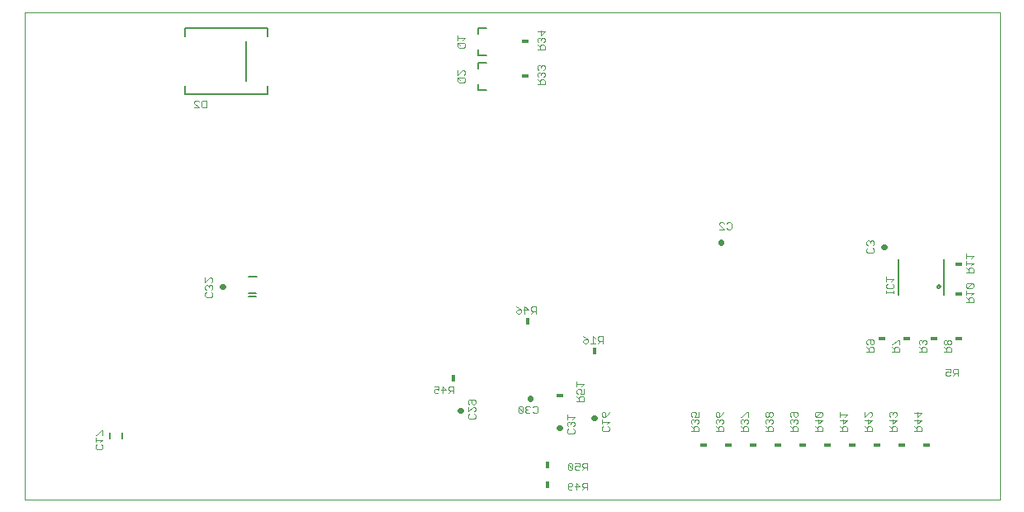
<source format=gbo>
G75*
G70*
%OFA0B0*%
%FSLAX24Y24*%
%IPPOS*%
%LPD*%
%AMOC8*
5,1,8,0,0,1.08239X$1,22.5*
%
%ADD10C,0.0000*%
%ADD11C,0.0030*%
%ADD12R,0.0300X0.0180*%
%ADD13C,0.0060*%
%ADD14C,0.0080*%
%ADD15C,0.0220*%
%ADD16R,0.0180X0.0300*%
%ADD17C,0.0050*%
D10*
X001240Y001540D02*
X001240Y021225D01*
X040610Y021225D01*
X040610Y001540D01*
X001240Y001540D01*
D11*
X004110Y003619D02*
X004158Y003571D01*
X004352Y003571D01*
X004400Y003619D01*
X004400Y003716D01*
X004352Y003765D01*
X004303Y003866D02*
X004400Y003962D01*
X004110Y003962D01*
X004110Y003866D02*
X004110Y004059D01*
X004110Y004160D02*
X004158Y004160D01*
X004352Y004354D01*
X004400Y004354D01*
X004400Y004160D01*
X004158Y003765D02*
X004110Y003716D01*
X004110Y003619D01*
X008583Y009721D02*
X008535Y009769D01*
X008535Y009866D01*
X008583Y009915D01*
X008583Y010016D02*
X008535Y010064D01*
X008535Y010161D01*
X008583Y010209D01*
X008632Y010209D01*
X008680Y010161D01*
X008680Y010112D01*
X008680Y010161D02*
X008728Y010209D01*
X008777Y010209D01*
X008825Y010161D01*
X008825Y010064D01*
X008777Y010016D01*
X008777Y009915D02*
X008825Y009866D01*
X008825Y009769D01*
X008777Y009721D01*
X008583Y009721D01*
X008535Y010310D02*
X008728Y010504D01*
X008777Y010504D01*
X008825Y010455D01*
X008825Y010359D01*
X008777Y010310D01*
X008535Y010310D02*
X008535Y010504D01*
X017776Y006125D02*
X017970Y006125D01*
X017970Y005980D01*
X017873Y006028D01*
X017825Y006028D01*
X017776Y005980D01*
X017776Y005883D01*
X017825Y005835D01*
X017921Y005835D01*
X017970Y005883D01*
X018071Y005980D02*
X018264Y005980D01*
X018119Y006125D01*
X018119Y005835D01*
X018365Y005835D02*
X018462Y005932D01*
X018414Y005932D02*
X018559Y005932D01*
X018559Y005835D02*
X018559Y006125D01*
X018414Y006125D01*
X018365Y006077D01*
X018365Y005980D01*
X018414Y005932D01*
X019155Y005539D02*
X019155Y005443D01*
X019203Y005394D01*
X019300Y005443D02*
X019300Y005588D01*
X019203Y005588D02*
X019397Y005588D01*
X019445Y005539D01*
X019445Y005443D01*
X019397Y005394D01*
X019348Y005394D01*
X019300Y005443D01*
X019348Y005293D02*
X019397Y005293D01*
X019445Y005245D01*
X019445Y005148D01*
X019397Y005100D01*
X019397Y004998D02*
X019445Y004950D01*
X019445Y004853D01*
X019397Y004805D01*
X019203Y004805D01*
X019155Y004853D01*
X019155Y004950D01*
X019203Y004998D01*
X019155Y005100D02*
X019348Y005293D01*
X019155Y005293D02*
X019155Y005100D01*
X019155Y005539D02*
X019203Y005588D01*
X021176Y005277D02*
X021370Y005083D01*
X021321Y005035D01*
X021225Y005035D01*
X021176Y005083D01*
X021176Y005277D01*
X021225Y005325D01*
X021321Y005325D01*
X021370Y005277D01*
X021370Y005083D01*
X021471Y005083D02*
X021519Y005035D01*
X021616Y005035D01*
X021664Y005083D01*
X021765Y005083D02*
X021814Y005035D01*
X021911Y005035D01*
X021959Y005083D01*
X021959Y005277D01*
X021911Y005325D01*
X021814Y005325D01*
X021765Y005277D01*
X021664Y005277D02*
X021616Y005325D01*
X021519Y005325D01*
X021471Y005277D01*
X021471Y005228D01*
X021519Y005180D01*
X021471Y005132D01*
X021471Y005083D01*
X021519Y005180D02*
X021568Y005180D01*
X023155Y004988D02*
X023155Y004794D01*
X023155Y004891D02*
X023445Y004891D01*
X023348Y004794D01*
X023348Y004693D02*
X023300Y004645D01*
X023252Y004693D01*
X023203Y004693D01*
X023155Y004645D01*
X023155Y004548D01*
X023203Y004500D01*
X023203Y004398D02*
X023155Y004350D01*
X023155Y004253D01*
X023203Y004205D01*
X023397Y004205D01*
X023445Y004253D01*
X023445Y004350D01*
X023397Y004398D01*
X023397Y004500D02*
X023445Y004548D01*
X023445Y004645D01*
X023397Y004693D01*
X023348Y004693D01*
X023300Y004645D02*
X023300Y004596D01*
X024555Y004600D02*
X024555Y004793D01*
X024555Y004696D02*
X024845Y004696D01*
X024748Y004600D01*
X024797Y004498D02*
X024845Y004450D01*
X024845Y004353D01*
X024797Y004305D01*
X024603Y004305D01*
X024555Y004353D01*
X024555Y004450D01*
X024603Y004498D01*
X024603Y004894D02*
X024555Y004943D01*
X024555Y005039D01*
X024603Y005088D01*
X024652Y005088D01*
X024700Y005039D01*
X024700Y004894D01*
X024603Y004894D01*
X024700Y004894D02*
X024797Y004991D01*
X024845Y005088D01*
X023825Y005521D02*
X023825Y005666D01*
X023777Y005715D01*
X023680Y005715D01*
X023632Y005666D01*
X023632Y005521D01*
X023632Y005618D02*
X023535Y005715D01*
X023583Y005816D02*
X023535Y005864D01*
X023535Y005961D01*
X023583Y006009D01*
X023680Y006009D01*
X023728Y005961D01*
X023728Y005912D01*
X023680Y005816D01*
X023825Y005816D01*
X023825Y006009D01*
X023728Y006110D02*
X023825Y006207D01*
X023535Y006207D01*
X023535Y006110D02*
X023535Y006304D01*
X023535Y005521D02*
X023825Y005521D01*
X023841Y007855D02*
X023792Y007903D01*
X023792Y007952D01*
X023841Y008000D01*
X023986Y008000D01*
X023986Y007903D01*
X023937Y007855D01*
X023841Y007855D01*
X023986Y008000D02*
X023889Y008097D01*
X023792Y008145D01*
X024184Y008145D02*
X024184Y007855D01*
X024280Y007855D02*
X024087Y007855D01*
X024280Y008048D02*
X024184Y008145D01*
X024382Y008097D02*
X024382Y008000D01*
X024430Y007952D01*
X024575Y007952D01*
X024478Y007952D02*
X024382Y007855D01*
X024575Y007855D02*
X024575Y008145D01*
X024430Y008145D01*
X024382Y008097D01*
X021875Y009055D02*
X021875Y009345D01*
X021730Y009345D01*
X021682Y009297D01*
X021682Y009200D01*
X021730Y009152D01*
X021875Y009152D01*
X021778Y009152D02*
X021682Y009055D01*
X021580Y009200D02*
X021387Y009200D01*
X021286Y009200D02*
X021141Y009200D01*
X021092Y009152D01*
X021092Y009103D01*
X021141Y009055D01*
X021237Y009055D01*
X021286Y009103D01*
X021286Y009200D01*
X021189Y009297D01*
X021092Y009345D01*
X021435Y009345D02*
X021435Y009055D01*
X021580Y009200D02*
X021435Y009345D01*
X028155Y005039D02*
X028155Y004943D01*
X028203Y004894D01*
X028300Y004894D02*
X028348Y004991D01*
X028348Y005039D01*
X028300Y005088D01*
X028203Y005088D01*
X028155Y005039D01*
X028300Y004894D02*
X028445Y004894D01*
X028445Y005088D01*
X028397Y004793D02*
X028348Y004793D01*
X028300Y004745D01*
X028252Y004793D01*
X028203Y004793D01*
X028155Y004745D01*
X028155Y004648D01*
X028203Y004600D01*
X028155Y004498D02*
X028252Y004402D01*
X028252Y004450D02*
X028252Y004305D01*
X028155Y004305D02*
X028445Y004305D01*
X028445Y004450D01*
X028397Y004498D01*
X028300Y004498D01*
X028252Y004450D01*
X028397Y004600D02*
X028445Y004648D01*
X028445Y004745D01*
X028397Y004793D01*
X028300Y004745D02*
X028300Y004696D01*
X029155Y004648D02*
X029203Y004600D01*
X029155Y004648D02*
X029155Y004745D01*
X029203Y004793D01*
X029252Y004793D01*
X029300Y004745D01*
X029300Y004696D01*
X029300Y004745D02*
X029348Y004793D01*
X029397Y004793D01*
X029445Y004745D01*
X029445Y004648D01*
X029397Y004600D01*
X029397Y004498D02*
X029300Y004498D01*
X029252Y004450D01*
X029252Y004305D01*
X029252Y004402D02*
X029155Y004498D01*
X029155Y004305D02*
X029445Y004305D01*
X029445Y004450D01*
X029397Y004498D01*
X030155Y004498D02*
X030252Y004402D01*
X030252Y004450D02*
X030252Y004305D01*
X030155Y004305D02*
X030445Y004305D01*
X030445Y004450D01*
X030397Y004498D01*
X030300Y004498D01*
X030252Y004450D01*
X030203Y004600D02*
X030155Y004648D01*
X030155Y004745D01*
X030203Y004793D01*
X030252Y004793D01*
X030300Y004745D01*
X030300Y004696D01*
X030300Y004745D02*
X030348Y004793D01*
X030397Y004793D01*
X030445Y004745D01*
X030445Y004648D01*
X030397Y004600D01*
X030445Y004894D02*
X030445Y005088D01*
X030397Y005088D01*
X030203Y004894D01*
X030155Y004894D01*
X029445Y005088D02*
X029397Y004991D01*
X029300Y004894D01*
X029300Y005039D01*
X029252Y005088D01*
X029203Y005088D01*
X029155Y005039D01*
X029155Y004943D01*
X029203Y004894D01*
X029300Y004894D01*
X031155Y004943D02*
X031203Y004894D01*
X031252Y004894D01*
X031300Y004943D01*
X031300Y005039D01*
X031252Y005088D01*
X031203Y005088D01*
X031155Y005039D01*
X031155Y004943D01*
X031300Y004943D02*
X031348Y004894D01*
X031397Y004894D01*
X031445Y004943D01*
X031445Y005039D01*
X031397Y005088D01*
X031348Y005088D01*
X031300Y005039D01*
X031252Y004793D02*
X031203Y004793D01*
X031155Y004745D01*
X031155Y004648D01*
X031203Y004600D01*
X031155Y004498D02*
X031252Y004402D01*
X031252Y004450D02*
X031252Y004305D01*
X031155Y004305D02*
X031445Y004305D01*
X031445Y004450D01*
X031397Y004498D01*
X031300Y004498D01*
X031252Y004450D01*
X031397Y004600D02*
X031445Y004648D01*
X031445Y004745D01*
X031397Y004793D01*
X031348Y004793D01*
X031300Y004745D01*
X031252Y004793D01*
X031300Y004745D02*
X031300Y004696D01*
X032155Y004648D02*
X032203Y004600D01*
X032155Y004648D02*
X032155Y004745D01*
X032203Y004793D01*
X032252Y004793D01*
X032300Y004745D01*
X032300Y004696D01*
X032300Y004745D02*
X032348Y004793D01*
X032397Y004793D01*
X032445Y004745D01*
X032445Y004648D01*
X032397Y004600D01*
X032397Y004498D02*
X032300Y004498D01*
X032252Y004450D01*
X032252Y004305D01*
X032252Y004402D02*
X032155Y004498D01*
X032155Y004305D02*
X032445Y004305D01*
X032445Y004450D01*
X032397Y004498D01*
X033155Y004498D02*
X033252Y004402D01*
X033252Y004450D02*
X033252Y004305D01*
X033155Y004305D02*
X033445Y004305D01*
X033445Y004450D01*
X033397Y004498D01*
X033300Y004498D01*
X033252Y004450D01*
X033300Y004600D02*
X033300Y004793D01*
X033203Y004894D02*
X033397Y005088D01*
X033203Y005088D01*
X033155Y005039D01*
X033155Y004943D01*
X033203Y004894D01*
X033397Y004894D01*
X033445Y004943D01*
X033445Y005039D01*
X033397Y005088D01*
X033445Y004745D02*
X033155Y004745D01*
X033300Y004600D02*
X033445Y004745D01*
X034155Y004745D02*
X034445Y004745D01*
X034300Y004600D01*
X034300Y004793D01*
X034348Y004894D02*
X034445Y004991D01*
X034155Y004991D01*
X034155Y004894D02*
X034155Y005088D01*
X035155Y005088D02*
X035155Y004894D01*
X035348Y005088D01*
X035397Y005088D01*
X035445Y005039D01*
X035445Y004943D01*
X035397Y004894D01*
X035300Y004793D02*
X035300Y004600D01*
X035445Y004745D01*
X035155Y004745D01*
X035155Y004498D02*
X035252Y004402D01*
X035252Y004450D02*
X035252Y004305D01*
X035155Y004305D02*
X035445Y004305D01*
X035445Y004450D01*
X035397Y004498D01*
X035300Y004498D01*
X035252Y004450D01*
X034445Y004450D02*
X034445Y004305D01*
X034155Y004305D01*
X034252Y004305D02*
X034252Y004450D01*
X034300Y004498D01*
X034397Y004498D01*
X034445Y004450D01*
X034252Y004402D02*
X034155Y004498D01*
X032445Y004943D02*
X032397Y004894D01*
X032348Y004894D01*
X032300Y004943D01*
X032300Y005088D01*
X032203Y005088D02*
X032397Y005088D01*
X032445Y005039D01*
X032445Y004943D01*
X032203Y004894D02*
X032155Y004943D01*
X032155Y005039D01*
X032203Y005088D01*
X036155Y005039D02*
X036155Y004943D01*
X036203Y004894D01*
X036300Y004991D02*
X036300Y005039D01*
X036252Y005088D01*
X036203Y005088D01*
X036155Y005039D01*
X036300Y005039D02*
X036348Y005088D01*
X036397Y005088D01*
X036445Y005039D01*
X036445Y004943D01*
X036397Y004894D01*
X036300Y004793D02*
X036300Y004600D01*
X036445Y004745D01*
X036155Y004745D01*
X036155Y004498D02*
X036252Y004402D01*
X036252Y004450D02*
X036252Y004305D01*
X036155Y004305D02*
X036445Y004305D01*
X036445Y004450D01*
X036397Y004498D01*
X036300Y004498D01*
X036252Y004450D01*
X037155Y004498D02*
X037252Y004402D01*
X037252Y004450D02*
X037252Y004305D01*
X037155Y004305D02*
X037445Y004305D01*
X037445Y004450D01*
X037397Y004498D01*
X037300Y004498D01*
X037252Y004450D01*
X037300Y004600D02*
X037300Y004793D01*
X037300Y004894D02*
X037300Y005088D01*
X037155Y005039D02*
X037445Y005039D01*
X037300Y004894D01*
X037155Y004745D02*
X037445Y004745D01*
X037300Y004600D01*
X038475Y006535D02*
X038426Y006583D01*
X038426Y006680D01*
X038475Y006728D01*
X038523Y006728D01*
X038620Y006680D01*
X038620Y006825D01*
X038426Y006825D01*
X038475Y006535D02*
X038571Y006535D01*
X038620Y006583D01*
X038721Y006535D02*
X038818Y006632D01*
X038769Y006632D02*
X038914Y006632D01*
X038914Y006535D02*
X038914Y006825D01*
X038769Y006825D01*
X038721Y006777D01*
X038721Y006680D01*
X038769Y006632D01*
X038645Y007505D02*
X038355Y007505D01*
X038452Y007505D02*
X038452Y007650D01*
X038500Y007698D01*
X038597Y007698D01*
X038645Y007650D01*
X038645Y007505D01*
X038452Y007602D02*
X038355Y007698D01*
X038403Y007800D02*
X038452Y007800D01*
X038500Y007848D01*
X038500Y007945D01*
X038452Y007993D01*
X038403Y007993D01*
X038355Y007945D01*
X038355Y007848D01*
X038403Y007800D01*
X038500Y007848D02*
X038548Y007800D01*
X038597Y007800D01*
X038645Y007848D01*
X038645Y007945D01*
X038597Y007993D01*
X038548Y007993D01*
X038500Y007945D01*
X037645Y007945D02*
X037645Y007848D01*
X037597Y007800D01*
X037597Y007698D02*
X037500Y007698D01*
X037452Y007650D01*
X037452Y007505D01*
X037452Y007602D02*
X037355Y007698D01*
X037403Y007800D02*
X037355Y007848D01*
X037355Y007945D01*
X037403Y007993D01*
X037452Y007993D01*
X037500Y007945D01*
X037500Y007896D01*
X037500Y007945D02*
X037548Y007993D01*
X037597Y007993D01*
X037645Y007945D01*
X037597Y007698D02*
X037645Y007650D01*
X037645Y007505D01*
X037355Y007505D01*
X036545Y007505D02*
X036545Y007650D01*
X036497Y007698D01*
X036400Y007698D01*
X036352Y007650D01*
X036352Y007505D01*
X036352Y007602D02*
X036255Y007698D01*
X036255Y007800D02*
X036303Y007800D01*
X036497Y007993D01*
X036545Y007993D01*
X036545Y007800D01*
X036545Y007505D02*
X036255Y007505D01*
X035525Y007516D02*
X035525Y007661D01*
X035477Y007709D01*
X035380Y007709D01*
X035332Y007661D01*
X035332Y007516D01*
X035332Y007612D02*
X035235Y007709D01*
X035283Y007810D02*
X035235Y007859D01*
X035235Y007955D01*
X035283Y008004D01*
X035477Y008004D01*
X035525Y007955D01*
X035525Y007859D01*
X035477Y007810D01*
X035428Y007810D01*
X035380Y007859D01*
X035380Y008004D01*
X035235Y007516D02*
X035525Y007516D01*
X039255Y009505D02*
X039545Y009505D01*
X039545Y009650D01*
X039497Y009698D01*
X039400Y009698D01*
X039352Y009650D01*
X039352Y009505D01*
X039352Y009602D02*
X039255Y009698D01*
X039255Y009800D02*
X039255Y009993D01*
X039255Y009896D02*
X039545Y009896D01*
X039448Y009800D01*
X039497Y010094D02*
X039545Y010143D01*
X039545Y010239D01*
X039497Y010288D01*
X039303Y010094D01*
X039255Y010143D01*
X039255Y010239D01*
X039303Y010288D01*
X039497Y010288D01*
X039497Y010094D02*
X039303Y010094D01*
X039255Y010705D02*
X039545Y010705D01*
X039545Y010850D01*
X039497Y010898D01*
X039400Y010898D01*
X039352Y010850D01*
X039352Y010705D01*
X039352Y010802D02*
X039255Y010898D01*
X039255Y011000D02*
X039255Y011193D01*
X039255Y011096D02*
X039545Y011096D01*
X039448Y011000D01*
X039448Y011294D02*
X039545Y011391D01*
X039255Y011391D01*
X039255Y011294D02*
X039255Y011488D01*
X036325Y010457D02*
X036035Y010457D01*
X036035Y010360D02*
X036035Y010554D01*
X036228Y010360D02*
X036325Y010457D01*
X036277Y010259D02*
X036325Y010211D01*
X036325Y010114D01*
X036277Y010066D01*
X036083Y010066D01*
X036035Y010114D01*
X036035Y010211D01*
X036083Y010259D01*
X036035Y009966D02*
X036035Y009869D01*
X036035Y009918D02*
X036325Y009918D01*
X036325Y009966D02*
X036325Y009869D01*
X035477Y011516D02*
X035283Y011516D01*
X035235Y011564D01*
X035235Y011661D01*
X035283Y011709D01*
X035283Y011810D02*
X035235Y011859D01*
X035235Y011955D01*
X035283Y012004D01*
X035332Y012004D01*
X035380Y011955D01*
X035380Y011907D01*
X035380Y011955D02*
X035428Y012004D01*
X035477Y012004D01*
X035525Y011955D01*
X035525Y011859D01*
X035477Y011810D01*
X035477Y011709D02*
X035525Y011661D01*
X035525Y011564D01*
X035477Y011516D01*
X029775Y012503D02*
X029727Y012455D01*
X029630Y012455D01*
X029582Y012503D01*
X029480Y012455D02*
X029287Y012455D01*
X029480Y012455D02*
X029287Y012648D01*
X029287Y012697D01*
X029335Y012745D01*
X029432Y012745D01*
X029480Y012697D01*
X029582Y012697D02*
X029630Y012745D01*
X029727Y012745D01*
X029775Y012697D01*
X029775Y012503D01*
X022245Y018305D02*
X021955Y018305D01*
X022052Y018305D02*
X022052Y018450D01*
X022100Y018498D01*
X022197Y018498D01*
X022245Y018450D01*
X022245Y018305D01*
X022052Y018402D02*
X021955Y018498D01*
X022003Y018600D02*
X021955Y018648D01*
X021955Y018745D01*
X022003Y018793D01*
X022052Y018793D01*
X022100Y018745D01*
X022100Y018696D01*
X022100Y018745D02*
X022148Y018793D01*
X022197Y018793D01*
X022245Y018745D01*
X022245Y018648D01*
X022197Y018600D01*
X022197Y018894D02*
X022245Y018943D01*
X022245Y019039D01*
X022197Y019088D01*
X022148Y019088D01*
X022100Y019039D01*
X022052Y019088D01*
X022003Y019088D01*
X021955Y019039D01*
X021955Y018943D01*
X022003Y018894D01*
X022100Y018991D02*
X022100Y019039D01*
X022052Y019705D02*
X022052Y019850D01*
X022100Y019898D01*
X022197Y019898D01*
X022245Y019850D01*
X022245Y019705D01*
X021955Y019705D01*
X022052Y019802D02*
X021955Y019898D01*
X022003Y020000D02*
X021955Y020048D01*
X021955Y020145D01*
X022003Y020193D01*
X022052Y020193D01*
X022100Y020145D01*
X022100Y020096D01*
X022100Y020145D02*
X022148Y020193D01*
X022197Y020193D01*
X022245Y020145D01*
X022245Y020048D01*
X022197Y020000D01*
X022100Y020294D02*
X022100Y020488D01*
X021955Y020439D02*
X022245Y020439D01*
X022100Y020294D01*
X019025Y020182D02*
X018735Y020182D01*
X018735Y020085D02*
X018735Y020279D01*
X018928Y020085D02*
X019025Y020182D01*
X018977Y019984D02*
X018783Y019984D01*
X018735Y019936D01*
X018735Y019839D01*
X018783Y019791D01*
X018977Y019791D01*
X019025Y019839D01*
X019025Y019936D01*
X018977Y019984D01*
X018832Y019887D02*
X018735Y019984D01*
X018735Y018879D02*
X018735Y018685D01*
X018928Y018879D01*
X018977Y018879D01*
X019025Y018830D01*
X019025Y018734D01*
X018977Y018685D01*
X018977Y018584D02*
X018783Y018584D01*
X018735Y018536D01*
X018735Y018439D01*
X018783Y018391D01*
X018977Y018391D01*
X019025Y018439D01*
X019025Y018536D01*
X018977Y018584D01*
X018832Y018487D02*
X018735Y018584D01*
X008582Y017658D02*
X008582Y017367D01*
X008437Y017367D01*
X008389Y017416D01*
X008389Y017609D01*
X008437Y017658D01*
X008582Y017658D01*
X008287Y017609D02*
X008239Y017658D01*
X008142Y017658D01*
X008094Y017609D01*
X008094Y017561D01*
X008287Y017367D01*
X008094Y017367D01*
X023176Y002977D02*
X023370Y002783D01*
X023321Y002735D01*
X023225Y002735D01*
X023176Y002783D01*
X023176Y002977D01*
X023225Y003025D01*
X023321Y003025D01*
X023370Y002977D01*
X023370Y002783D01*
X023471Y002783D02*
X023519Y002735D01*
X023616Y002735D01*
X023664Y002783D01*
X023664Y002880D02*
X023568Y002928D01*
X023519Y002928D01*
X023471Y002880D01*
X023471Y002783D01*
X023664Y002880D02*
X023664Y003025D01*
X023471Y003025D01*
X023765Y002977D02*
X023765Y002880D01*
X023814Y002832D01*
X023959Y002832D01*
X023862Y002832D02*
X023765Y002735D01*
X023959Y002735D02*
X023959Y003025D01*
X023814Y003025D01*
X023765Y002977D01*
X023814Y002225D02*
X023765Y002177D01*
X023765Y002080D01*
X023814Y002032D01*
X023959Y002032D01*
X023862Y002032D02*
X023765Y001935D01*
X023664Y002080D02*
X023519Y002225D01*
X023519Y001935D01*
X023471Y002080D02*
X023664Y002080D01*
X023814Y002225D02*
X023959Y002225D01*
X023959Y001935D01*
X023370Y001983D02*
X023321Y001935D01*
X023225Y001935D01*
X023176Y001983D01*
X023176Y002177D01*
X023225Y002225D01*
X023321Y002225D01*
X023370Y002177D01*
X023370Y002128D01*
X023321Y002080D01*
X023176Y002080D01*
D12*
X028640Y003740D03*
X029640Y003740D03*
X030640Y003740D03*
X031640Y003740D03*
X032640Y003740D03*
X033640Y003740D03*
X034640Y003740D03*
X035640Y003740D03*
X036640Y003740D03*
X037640Y003740D03*
X037940Y008040D03*
X036840Y008040D03*
X035840Y008040D03*
X038940Y008040D03*
X038940Y009840D03*
X038940Y011040D03*
X022840Y005740D03*
X021440Y018640D03*
X021440Y020040D03*
D13*
X036510Y011250D02*
X036510Y009830D01*
X038370Y009830D02*
X038370Y011250D01*
X005176Y004258D02*
X005176Y004022D01*
X004704Y004022D02*
X004704Y004258D01*
D14*
X007732Y017909D02*
X007732Y018263D01*
X007732Y017909D02*
X011039Y017909D01*
X011039Y018263D01*
X010173Y018460D02*
X010173Y020034D01*
X011039Y020231D02*
X011039Y020586D01*
X007732Y020586D01*
X007732Y020231D01*
X019564Y020355D02*
X019564Y020591D01*
X019879Y020591D01*
X019564Y019725D02*
X019564Y019489D01*
X019879Y019489D01*
X019879Y019191D02*
X019564Y019191D01*
X019564Y018955D01*
X019564Y018325D02*
X019564Y018089D01*
X019879Y018089D01*
X038093Y010150D02*
X038095Y010165D01*
X038101Y010178D01*
X038110Y010190D01*
X038121Y010199D01*
X038135Y010205D01*
X038150Y010207D01*
X038165Y010205D01*
X038178Y010199D01*
X038190Y010190D01*
X038199Y010179D01*
X038205Y010165D01*
X038207Y010150D01*
X038205Y010135D01*
X038199Y010122D01*
X038190Y010110D01*
X038179Y010101D01*
X038165Y010095D01*
X038150Y010093D01*
X038135Y010095D01*
X038122Y010101D01*
X038110Y010110D01*
X038101Y010121D01*
X038095Y010135D01*
X038093Y010150D01*
D15*
X035952Y011740D02*
X035928Y011740D01*
X029340Y011928D02*
X029340Y011952D01*
X021640Y005652D02*
X021640Y005628D01*
X022828Y004440D02*
X022852Y004440D01*
X024228Y004840D02*
X024252Y004840D01*
X018852Y005140D02*
X018828Y005140D01*
X009252Y010140D02*
X009228Y010140D01*
D16*
X018540Y006440D03*
X021540Y008740D03*
X024240Y007540D03*
X022340Y002940D03*
X022340Y002140D03*
D17*
X010597Y009746D02*
X010283Y009746D01*
X010283Y009894D02*
X010597Y009894D01*
X010607Y010534D02*
X010273Y010534D01*
M02*

</source>
